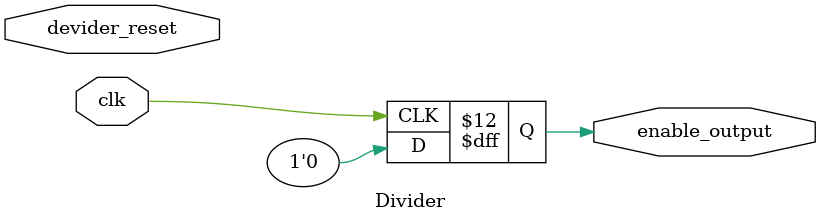
<source format=v>
`timescale 1ns / 1ps
module Divider(enable_output, clk, devider_reset);

    output enable_output;
    input clk, devider_reset;
	 
	 reg enable_output;
	 reg sys_tick_count;
	 parameter one_second_count = 25'd26_999_999;
	 
	 always @ (posedge clk)
		begin
			
			enable_output <= 0;				//Check if this should be <= or =
			
			if(sys_tick_count == one_second_count || devider_reset == 1)
				sys_tick_count <= 25'd0;
			else
				sys_tick_count <= sys_tick_count + 1;
				
			if(sys_tick_count == one_second_count)
				enable_output <= 1;
				
		end
	 
endmodule

</source>
